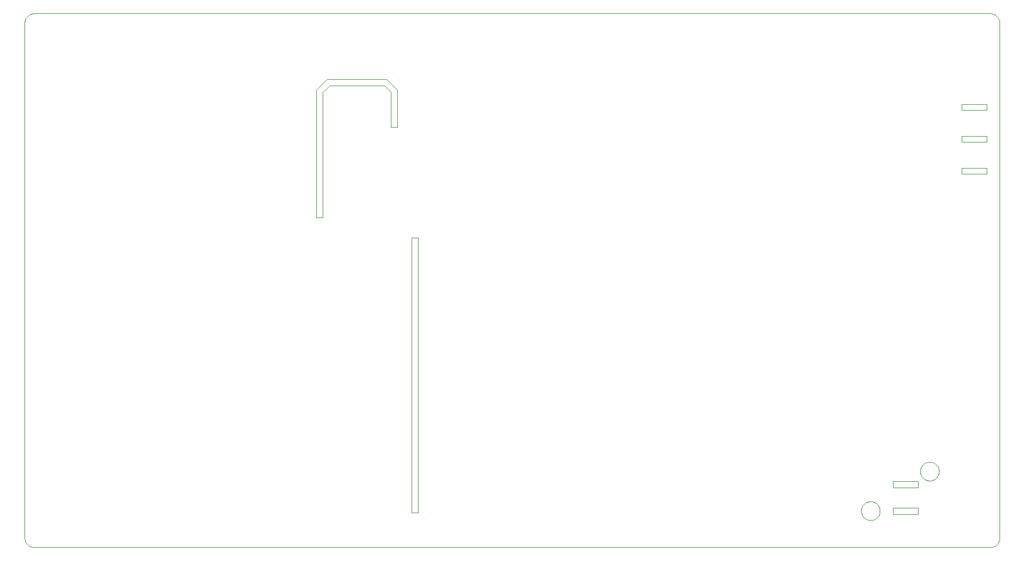
<source format=gko>
G75*
G70*
%OFA0B0*%
%FSLAX24Y24*%
%IPPOS*%
%LPD*%
%AMOC8*
5,1,8,0,0,1.08239X$1,22.5*
%
%ADD10C,0.0039*%
%ADD11C,0.0040*%
%ADD12C,0.0000*%
D10*
X002331Y001028D02*
X002331Y033311D01*
X002333Y033357D01*
X002338Y033403D01*
X002347Y033449D01*
X002360Y033494D01*
X002376Y033537D01*
X002395Y033579D01*
X002418Y033620D01*
X002444Y033658D01*
X002473Y033695D01*
X002504Y033729D01*
X002538Y033760D01*
X002575Y033789D01*
X002613Y033815D01*
X002654Y033838D01*
X002696Y033857D01*
X002739Y033873D01*
X002784Y033886D01*
X002830Y033895D01*
X002876Y033900D01*
X002922Y033902D01*
X062764Y033902D01*
X062810Y033900D01*
X062856Y033895D01*
X062902Y033886D01*
X062947Y033873D01*
X062990Y033857D01*
X063032Y033838D01*
X063073Y033815D01*
X063111Y033789D01*
X063148Y033760D01*
X063182Y033729D01*
X063213Y033695D01*
X063242Y033658D01*
X063268Y033620D01*
X063291Y033579D01*
X063310Y033537D01*
X063326Y033494D01*
X063339Y033449D01*
X063348Y033403D01*
X063353Y033357D01*
X063355Y033311D01*
X063355Y001028D01*
X063353Y000982D01*
X063348Y000936D01*
X063339Y000890D01*
X063326Y000845D01*
X063310Y000802D01*
X063291Y000760D01*
X063268Y000719D01*
X063242Y000681D01*
X063213Y000644D01*
X063182Y000610D01*
X063148Y000579D01*
X063111Y000550D01*
X063073Y000524D01*
X063032Y000501D01*
X062990Y000482D01*
X062947Y000466D01*
X062902Y000453D01*
X062856Y000444D01*
X062810Y000439D01*
X062764Y000437D01*
X002922Y000437D01*
X002876Y000439D01*
X002830Y000444D01*
X002784Y000453D01*
X002739Y000466D01*
X002696Y000482D01*
X002654Y000501D01*
X002613Y000524D01*
X002575Y000550D01*
X002538Y000579D01*
X002504Y000610D01*
X002473Y000644D01*
X002444Y000681D01*
X002418Y000719D01*
X002395Y000760D01*
X002376Y000802D01*
X002360Y000845D01*
X002347Y000890D01*
X002338Y000936D01*
X002333Y000982D01*
X002331Y001028D01*
X056675Y002526D02*
X056675Y002920D01*
X058250Y002920D01*
X058250Y002526D01*
X056675Y002526D01*
X056675Y004180D02*
X056675Y004574D01*
X058250Y004574D01*
X058250Y004180D01*
X056675Y004180D01*
X060992Y023831D02*
X060992Y024225D01*
X062567Y024225D01*
X062567Y023831D01*
X060992Y023831D01*
X060992Y025831D02*
X060992Y026225D01*
X062567Y026225D01*
X062567Y025831D01*
X060992Y025831D01*
X060992Y027831D02*
X060992Y028225D01*
X062567Y028225D01*
X062567Y027831D01*
X060992Y027831D01*
D11*
X026962Y019850D02*
X026562Y019850D01*
X026562Y002625D01*
X026962Y002625D01*
X026962Y019850D01*
X020987Y021100D02*
X020587Y021100D01*
X020587Y029100D01*
X021262Y029775D01*
X024987Y029775D01*
X025637Y029125D01*
X025637Y026775D01*
X025237Y026775D01*
X025237Y028975D01*
X024837Y029375D01*
X021412Y029375D01*
X020987Y028950D01*
X020987Y021100D01*
D12*
X054686Y002723D02*
X054688Y002771D01*
X054694Y002819D01*
X054704Y002866D01*
X054717Y002912D01*
X054735Y002957D01*
X054755Y003001D01*
X054780Y003043D01*
X054808Y003082D01*
X054838Y003119D01*
X054872Y003153D01*
X054909Y003185D01*
X054947Y003214D01*
X054988Y003239D01*
X055031Y003261D01*
X055076Y003279D01*
X055122Y003293D01*
X055169Y003304D01*
X055217Y003311D01*
X055265Y003314D01*
X055313Y003313D01*
X055361Y003308D01*
X055409Y003299D01*
X055455Y003287D01*
X055500Y003270D01*
X055544Y003250D01*
X055586Y003227D01*
X055626Y003200D01*
X055664Y003170D01*
X055699Y003137D01*
X055731Y003101D01*
X055761Y003063D01*
X055787Y003022D01*
X055809Y002979D01*
X055829Y002935D01*
X055844Y002890D01*
X055856Y002843D01*
X055864Y002795D01*
X055868Y002747D01*
X055868Y002699D01*
X055864Y002651D01*
X055856Y002603D01*
X055844Y002556D01*
X055829Y002511D01*
X055809Y002467D01*
X055787Y002424D01*
X055761Y002383D01*
X055731Y002345D01*
X055699Y002309D01*
X055664Y002276D01*
X055626Y002246D01*
X055586Y002219D01*
X055544Y002196D01*
X055500Y002176D01*
X055455Y002159D01*
X055409Y002147D01*
X055361Y002138D01*
X055313Y002133D01*
X055265Y002132D01*
X055217Y002135D01*
X055169Y002142D01*
X055122Y002153D01*
X055076Y002167D01*
X055031Y002185D01*
X054988Y002207D01*
X054947Y002232D01*
X054909Y002261D01*
X054872Y002293D01*
X054838Y002327D01*
X054808Y002364D01*
X054780Y002403D01*
X054755Y002445D01*
X054735Y002489D01*
X054717Y002534D01*
X054704Y002580D01*
X054694Y002627D01*
X054688Y002675D01*
X054686Y002723D01*
X058387Y005204D02*
X058389Y005252D01*
X058395Y005300D01*
X058405Y005347D01*
X058418Y005393D01*
X058436Y005438D01*
X058456Y005482D01*
X058481Y005524D01*
X058509Y005563D01*
X058539Y005600D01*
X058573Y005634D01*
X058610Y005666D01*
X058648Y005695D01*
X058689Y005720D01*
X058732Y005742D01*
X058777Y005760D01*
X058823Y005774D01*
X058870Y005785D01*
X058918Y005792D01*
X058966Y005795D01*
X059014Y005794D01*
X059062Y005789D01*
X059110Y005780D01*
X059156Y005768D01*
X059201Y005751D01*
X059245Y005731D01*
X059287Y005708D01*
X059327Y005681D01*
X059365Y005651D01*
X059400Y005618D01*
X059432Y005582D01*
X059462Y005544D01*
X059488Y005503D01*
X059510Y005460D01*
X059530Y005416D01*
X059545Y005371D01*
X059557Y005324D01*
X059565Y005276D01*
X059569Y005228D01*
X059569Y005180D01*
X059565Y005132D01*
X059557Y005084D01*
X059545Y005037D01*
X059530Y004992D01*
X059510Y004948D01*
X059488Y004905D01*
X059462Y004864D01*
X059432Y004826D01*
X059400Y004790D01*
X059365Y004757D01*
X059327Y004727D01*
X059287Y004700D01*
X059245Y004677D01*
X059201Y004657D01*
X059156Y004640D01*
X059110Y004628D01*
X059062Y004619D01*
X059014Y004614D01*
X058966Y004613D01*
X058918Y004616D01*
X058870Y004623D01*
X058823Y004634D01*
X058777Y004648D01*
X058732Y004666D01*
X058689Y004688D01*
X058648Y004713D01*
X058610Y004742D01*
X058573Y004774D01*
X058539Y004808D01*
X058509Y004845D01*
X058481Y004884D01*
X058456Y004926D01*
X058436Y004970D01*
X058418Y005015D01*
X058405Y005061D01*
X058395Y005108D01*
X058389Y005156D01*
X058387Y005204D01*
M02*

</source>
